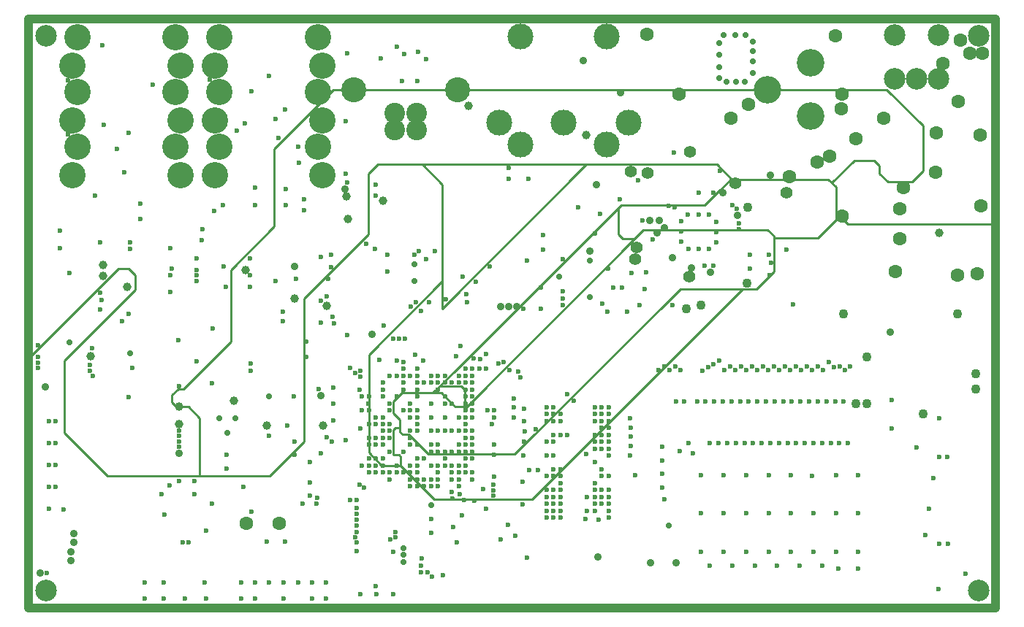
<source format=gbr>
G04 Layer_Physical_Order=5*
G04 Layer_Color=8388736*
%FSLAX45Y45*%
%MOMM*%
%TF.FileFunction,Copper,L5,Inr,Plane*%
%TF.Part,Single*%
G01*
G75*
%TA.AperFunction,ViaPad*%
%ADD76C,0.60000*%
%TA.AperFunction,NonConductor*%
%ADD80C,1.01600*%
%TA.AperFunction,ViaPad*%
%ADD81C,2.50000*%
%TA.AperFunction,ComponentPad*%
%ADD82C,3.05000*%
%ADD84C,2.90000*%
%ADD85C,2.40000*%
%ADD86C,3.00000*%
%ADD87C,3.20000*%
%ADD88C,2.50000*%
%TA.AperFunction,ViaPad*%
%ADD89C,1.10000*%
%ADD90C,1.00000*%
%ADD91C,0.70000*%
%ADD92C,0.90000*%
%ADD93C,1.60000*%
%ADD94C,1.40000*%
%TA.AperFunction,NonConductor*%
%ADD96C,0.25000*%
D76*
X8727999Y8695508D02*
D03*
X6750018Y8419987D02*
D03*
X6670018D02*
D03*
X6590018D02*
D03*
X6510018D02*
D03*
X8646300Y8697202D02*
D03*
X7132500Y10310000D02*
D03*
X7282500D02*
D03*
X7167500Y10910000D02*
D03*
X7352500D02*
D03*
X7125000Y9700000D02*
D03*
X11220000Y10865530D02*
D03*
X8727963Y7895541D02*
D03*
X8647963D02*
D03*
X9288000Y8935500D02*
D03*
X9207993Y8615492D02*
D03*
X9207963Y8455542D02*
D03*
X9287961Y8375502D02*
D03*
X7710000Y8900000D02*
D03*
X8395500Y8816500D02*
D03*
X5410000Y7540000D02*
D03*
X5620000Y7537500D02*
D03*
X5987500Y8047500D02*
D03*
X6370000Y8020000D02*
D03*
X6450000D02*
D03*
X6450000Y7930000D02*
D03*
X5985000Y7977500D02*
D03*
X5910000Y8070000D02*
D03*
X6480000Y8200000D02*
D03*
X8271400Y9191900D02*
D03*
X8525000Y8842500D02*
D03*
X8015000Y8900000D02*
D03*
X8449208Y8366661D02*
D03*
X8550736D02*
D03*
X6590000Y9220000D02*
D03*
X6510000D02*
D03*
X9617500Y8537500D02*
D03*
X9247982Y7790482D02*
D03*
X9208003Y7895541D02*
D03*
X9098003Y7798041D02*
D03*
X9118003Y7895541D02*
D03*
X8197500Y7731671D02*
D03*
X8648002Y9095500D02*
D03*
X9207961Y8215502D02*
D03*
X8807963Y8215541D02*
D03*
X9207961Y7975501D02*
D03*
X9287961D02*
D03*
X9620000Y8649000D02*
D03*
X9625000Y8752500D02*
D03*
X9368000Y8695499D02*
D03*
X9288000D02*
D03*
X8728002Y8535499D02*
D03*
Y8375542D02*
D03*
X7790000Y8820015D02*
D03*
X8042726Y8540057D02*
D03*
X7789984Y8740016D02*
D03*
X8042800Y8660000D02*
D03*
X8807963Y7815541D02*
D03*
X8387000Y8696000D02*
D03*
X11230500Y10628000D02*
D03*
X8387400Y8936300D02*
D03*
X9270000Y11340000D02*
D03*
X4800000Y11370000D02*
D03*
X5270000Y11640000D02*
D03*
X9800000Y10660000D02*
D03*
X13189999Y6990100D02*
D03*
X13500000Y7160000D02*
D03*
X10010000Y8030000D02*
D03*
X9419981Y10479979D02*
D03*
X9630000Y10650000D02*
D03*
X6760000Y10040000D02*
D03*
X6870000Y9890000D02*
D03*
X9210000Y11110000D02*
D03*
X8610000Y11090000D02*
D03*
Y10920000D02*
D03*
X8420000Y10800000D02*
D03*
X6030000Y8560000D02*
D03*
X6490000Y8850000D02*
D03*
X6430000Y9490000D02*
D03*
X6370000Y9550000D02*
D03*
X6830000Y8260000D02*
D03*
X6830000Y8340000D02*
D03*
X6910000D02*
D03*
X6989948Y8340051D02*
D03*
X6710000Y9645000D02*
D03*
X6750000Y8660000D02*
D03*
X6830000Y8740000D02*
D03*
X6590000Y8740000D02*
D03*
X6830000Y8820000D02*
D03*
X5214839Y10495000D02*
D03*
X8373000Y7970500D02*
D03*
X7629999Y8820000D02*
D03*
X9287961Y8295502D02*
D03*
X8807960Y8775542D02*
D03*
X8727960Y8775500D02*
D03*
X9615000Y8967500D02*
D03*
X9620000Y8855000D02*
D03*
X4380000Y9870000D02*
D03*
X4780000Y10010000D02*
D03*
X5220000Y9520000D02*
D03*
Y9600000D02*
D03*
X6010000Y9310000D02*
D03*
X5840000Y11510000D02*
D03*
X10390000Y9160001D02*
D03*
X10708000Y9530000D02*
D03*
X10454000Y9520000D02*
D03*
X10517500Y9562000D02*
D03*
X10581000Y9590000D02*
D03*
X10644500Y9632000D02*
D03*
X7950000Y9710000D02*
D03*
X7800000Y9660000D02*
D03*
X7710000Y9540000D02*
D03*
X5600000Y6880000D02*
D03*
X4210000D02*
D03*
X3990000D02*
D03*
X6090000D02*
D03*
X5930000D02*
D03*
X5270000D02*
D03*
X5110000D02*
D03*
X4700000Y6880000D02*
D03*
X4460000Y6880000D02*
D03*
X7790019Y9380018D02*
D03*
X7949986Y9539981D02*
D03*
X7710001Y8500000D02*
D03*
Y8420000D02*
D03*
X7790000Y8980000D02*
D03*
X7710001D02*
D03*
Y9060000D02*
D03*
X7790000D02*
D03*
X9677000Y8310000D02*
D03*
X8382900Y8534800D02*
D03*
X8391200Y9081400D02*
D03*
X8372988Y8226961D02*
D03*
X9368000Y9095500D02*
D03*
X9288000Y9015500D02*
D03*
X9368000D02*
D03*
X9208000Y8775500D02*
D03*
Y8695499D02*
D03*
X9367961Y8135502D02*
D03*
X9287961D02*
D03*
X9207961Y8055502D02*
D03*
X9287961D02*
D03*
X9367961D02*
D03*
Y7975501D02*
D03*
Y7895501D02*
D03*
Y7815501D02*
D03*
X8647963Y7815541D02*
D03*
X8807963Y7895541D02*
D03*
X8727963Y7975541D02*
D03*
X8647963D02*
D03*
Y8055541D02*
D03*
X8727963D02*
D03*
X8807963Y8135541D02*
D03*
X8727963D02*
D03*
X8647963D02*
D03*
X8807963Y8055541D02*
D03*
X8647963Y8295541D02*
D03*
X8727963D02*
D03*
X8887960Y8775500D02*
D03*
X8648002Y8935500D02*
D03*
Y9015500D02*
D03*
X8728002D02*
D03*
X8808002Y8935500D02*
D03*
Y9015500D02*
D03*
X8648002Y8535499D02*
D03*
X8807963Y7975541D02*
D03*
X8042800Y8290500D02*
D03*
X8271401Y8976166D02*
D03*
X8728002Y8935500D02*
D03*
X8286199Y7604661D02*
D03*
X8042765Y8979899D02*
D03*
X9208000Y9095500D02*
D03*
X9288000D02*
D03*
X8271375Y9095540D02*
D03*
X9288000Y8615499D02*
D03*
X9368000Y8535499D02*
D03*
Y8615499D02*
D03*
X9288000Y8855500D02*
D03*
X9368000Y8775500D02*
D03*
X9288000D02*
D03*
X7709986Y9219982D02*
D03*
X7790000Y9220000D02*
D03*
Y8500000D02*
D03*
X7710000Y8580000D02*
D03*
X7789986Y9139982D02*
D03*
X7710000Y9300000D02*
D03*
X7790000Y8580000D02*
D03*
X7070000Y8660000D02*
D03*
X7150000Y8820000D02*
D03*
Y8900000D02*
D03*
Y8660000D02*
D03*
X7310000Y8660000D02*
D03*
X7390000D02*
D03*
X7310000Y8820000D02*
D03*
X6750000Y8980000D02*
D03*
X7070000D02*
D03*
X7150000D02*
D03*
Y9220000D02*
D03*
X7310000Y9140000D02*
D03*
X7630000Y8180000D02*
D03*
X7470000Y8820000D02*
D03*
Y8980000D02*
D03*
X7550000Y8820000D02*
D03*
X7470000Y9140000D02*
D03*
X6749988Y8819982D02*
D03*
X7229987Y8499983D02*
D03*
X7470000Y8580000D02*
D03*
X7710000Y8820000D02*
D03*
X7310000Y8420000D02*
D03*
X7469986Y9459981D02*
D03*
X7630000Y8420000D02*
D03*
Y8260000D02*
D03*
X7709986Y9459981D02*
D03*
X7389986Y8579983D02*
D03*
X6910000Y8420000D02*
D03*
X7790000Y8340000D02*
D03*
X6830000Y8580000D02*
D03*
Y9060000D02*
D03*
X6990000Y9300000D02*
D03*
X7150000Y8500000D02*
D03*
Y9300000D02*
D03*
X7390000D02*
D03*
X7709986Y9139982D02*
D03*
X7069987Y8259983D02*
D03*
Y8419983D02*
D03*
X7390000Y8420000D02*
D03*
X7710000Y8340000D02*
D03*
X7470000Y8420000D02*
D03*
X6589988Y8339987D02*
D03*
X7150000Y8340000D02*
D03*
X7550000Y8260000D02*
D03*
X7630000Y8340000D02*
D03*
X6669988Y8339987D02*
D03*
X7630000Y8980000D02*
D03*
X7789986Y9299981D02*
D03*
X7150000Y8420000D02*
D03*
X7070000Y8820000D02*
D03*
X7230000Y8260000D02*
D03*
X6990000Y9060000D02*
D03*
X7310000Y8980000D02*
D03*
X7390000Y8820000D02*
D03*
X6830000Y8900000D02*
D03*
X6990000Y8580000D02*
D03*
X7629986Y8579983D02*
D03*
X7710000Y8660000D02*
D03*
X7470000Y8500000D02*
D03*
X7550000Y8420000D02*
D03*
Y8580000D02*
D03*
Y9140000D02*
D03*
X7630000Y8660000D02*
D03*
X7470000Y9220000D02*
D03*
X7710000Y8740000D02*
D03*
X7790000Y8260000D02*
D03*
X7550000Y8340000D02*
D03*
X7150017Y8179987D02*
D03*
X7389987Y8179983D02*
D03*
X7310017Y8179987D02*
D03*
X7230017D02*
D03*
X7070017D02*
D03*
X7555000Y8040000D02*
D03*
X6840000Y7560000D02*
D03*
X6900000Y7650000D02*
D03*
Y7590000D02*
D03*
X7389987Y8259983D02*
D03*
X7310017Y8259957D02*
D03*
X7390000Y8340000D02*
D03*
X6870000Y7420000D02*
D03*
Y6930000D02*
D03*
X6680000D02*
D03*
X6490000Y6930000D02*
D03*
X7149987Y8259983D02*
D03*
X6450000Y7430000D02*
D03*
X4280000Y8190000D02*
D03*
X4770000Y7980000D02*
D03*
X4940000Y8380000D02*
D03*
X4390000Y9340000D02*
D03*
X10527499Y11329999D02*
D03*
X10407499D02*
D03*
X10287499D02*
D03*
X10210000Y11012500D02*
D03*
Y11132500D02*
D03*
Y11252500D02*
D03*
X6340000Y11700000D02*
D03*
X10480000Y10740000D02*
D03*
X4430000Y7530000D02*
D03*
X4500000D02*
D03*
X4910000Y10730000D02*
D03*
X4930000Y10490000D02*
D03*
X4590000Y10690000D02*
D03*
X5590000Y10090000D02*
D03*
Y10205999D02*
D03*
X6150000Y10860000D02*
D03*
X6100000Y10380000D02*
D03*
X5745480Y10586999D02*
D03*
X6190000Y10068999D02*
D03*
X3355019Y9585019D02*
D03*
X3390000Y9460000D02*
D03*
X6320000Y12415000D02*
D03*
X6334338Y13199071D02*
D03*
X6320000Y11800000D02*
D03*
X6120000Y10586999D02*
D03*
X5214839Y10820000D02*
D03*
X6670000Y11550000D02*
D03*
Y11677000D02*
D03*
X2760000Y9680000D02*
D03*
Y9550000D02*
D03*
Y9615000D02*
D03*
Y9810000D02*
D03*
X3730000Y10090000D02*
D03*
X3479999Y10423000D02*
D03*
X3010000Y11140000D02*
D03*
X4290000Y10630000D02*
D03*
X3760000Y11820000D02*
D03*
X3010000Y10940000D02*
D03*
X4290000Y10430000D02*
D03*
X3810000Y12280000D02*
D03*
X3940000Y11460000D02*
D03*
X3500000Y13289999D02*
D03*
X3670000Y12090000D02*
D03*
X4090000Y12839999D02*
D03*
X3520000Y12370000D02*
D03*
X3100000Y12889999D02*
D03*
X3819999Y11010000D02*
D03*
X8206959Y11745000D02*
D03*
Y11875000D02*
D03*
X8440000Y11745000D02*
D03*
X10409999Y10927499D02*
D03*
X10529999D02*
D03*
X10289999D02*
D03*
X10609999Y11007499D02*
D03*
Y11127499D02*
D03*
Y11247499D02*
D03*
X10740000Y8680000D02*
D03*
X10640000D02*
D03*
X4589999Y10820000D02*
D03*
Y10560000D02*
D03*
X5214839Y10625000D02*
D03*
X4750000Y12900000D02*
D03*
X5150000Y12390000D02*
D03*
X5430000Y12939999D02*
D03*
X5620000Y12550000D02*
D03*
X5770000Y12120000D02*
D03*
X5060000Y12300000D02*
D03*
X5270000Y11440000D02*
D03*
X5630000D02*
D03*
X5540000Y12220000D02*
D03*
X5630000Y11630000D02*
D03*
X3420000Y11550000D02*
D03*
X4900000Y11440000D02*
D03*
X6030000Y10840999D02*
D03*
Y10078999D02*
D03*
X6669988Y8979982D02*
D03*
X7309987Y8579983D02*
D03*
X7070000Y8740000D02*
D03*
X6750000Y8500000D02*
D03*
X7789982Y9459981D02*
D03*
X4589999Y10625000D02*
D03*
X2860000Y7170000D02*
D03*
X3940000Y11280000D02*
D03*
X4210000Y7060000D02*
D03*
X3990000D02*
D03*
X2880000Y8676000D02*
D03*
X2960000Y8168000D02*
D03*
X2880000D02*
D03*
Y7914000D02*
D03*
X5110000Y7060000D02*
D03*
X5930000D02*
D03*
X6090000D02*
D03*
X5600000D02*
D03*
X5770000D02*
D03*
X5430000D02*
D03*
X5270000D02*
D03*
X3360000Y9520000D02*
D03*
X5510000Y10560000D02*
D03*
X6750000Y8899999D02*
D03*
X6589970Y8900000D02*
D03*
X6730000Y13139999D02*
D03*
X5510000Y12440000D02*
D03*
X7000000Y13189999D02*
D03*
X6910000Y13280000D02*
D03*
X7160000Y13220000D02*
D03*
X7250000Y13130000D02*
D03*
X5780000Y11930000D02*
D03*
X6970000Y12880000D02*
D03*
X7150000D02*
D03*
X6800000Y10860000D02*
D03*
X6170000Y10140000D02*
D03*
X6030000Y10332999D02*
D03*
X6150000Y10720000D02*
D03*
X6590001Y8500000D02*
D03*
X6670001D02*
D03*
X6450000Y7790000D02*
D03*
Y7860000D02*
D03*
Y7720000D02*
D03*
X6670000Y8900000D02*
D03*
X6530000Y8160000D02*
D03*
X4390000Y8820000D02*
D03*
Y8760000D02*
D03*
Y8700000D02*
D03*
Y8640000D02*
D03*
X6660000Y10930000D02*
D03*
X6560000Y10990000D02*
D03*
X2960000Y8930000D02*
D03*
X2880000D02*
D03*
X2960000Y8676000D02*
D03*
X3810000Y9210000D02*
D03*
X3850000Y9550000D02*
D03*
X4940000Y8540000D02*
D03*
X4590000Y9630000D02*
D03*
X6450000Y7650000D02*
D03*
X6430000Y7590000D02*
D03*
X5730000Y8700000D02*
D03*
Y8540000D02*
D03*
X5820000Y7980000D02*
D03*
X6180000Y9320000D02*
D03*
X4570000Y8090000D02*
D03*
X4220000Y7850000D02*
D03*
X6180000Y9140000D02*
D03*
X5860000Y9860000D02*
D03*
Y9680000D02*
D03*
X5721000Y9224000D02*
D03*
X5640000Y8880000D02*
D03*
X4570000Y8240000D02*
D03*
X4190000Y8090000D02*
D03*
X4390000Y8240000D02*
D03*
X5140000Y8170000D02*
D03*
X5428740Y8760000D02*
D03*
X10410000Y11580000D02*
D03*
X10135000Y11417500D02*
D03*
X10065000Y11430000D02*
D03*
X9760000Y11260000D02*
D03*
X10880000Y11160000D02*
D03*
X10880000Y11230000D02*
D03*
X10797500Y11440000D02*
D03*
X11500000Y10290000D02*
D03*
X10660000Y11840000D02*
D03*
X10120000Y12050000D02*
D03*
X10850000Y11400000D02*
D03*
X11430000Y10920000D02*
D03*
X10580000Y11580000D02*
D03*
X10940000Y8680000D02*
D03*
X7190000Y7260000D02*
D03*
X7190000Y7180000D02*
D03*
X7200000Y7340000D02*
D03*
X7320000Y7130000D02*
D03*
X7270000Y7180000D02*
D03*
X2880000Y8422000D02*
D03*
X2960000D02*
D03*
X3050000Y7910000D02*
D03*
X6450000Y7530000D02*
D03*
X7642500Y8090000D02*
D03*
X7310000Y7640000D02*
D03*
X10771500Y9572000D02*
D03*
X10898500D02*
D03*
X11025500D02*
D03*
X11152500D02*
D03*
X11279500D02*
D03*
X11406500D02*
D03*
X11533500D02*
D03*
X11660500D02*
D03*
X11787500D02*
D03*
X11914500Y9622000D02*
D03*
X12041500Y9572000D02*
D03*
X10590000Y9160001D02*
D03*
X10840000Y8680000D02*
D03*
X11140000D02*
D03*
X11040000D02*
D03*
X11940000D02*
D03*
X11440000D02*
D03*
X12040000D02*
D03*
X12140000D02*
D03*
X10790000Y9160001D02*
D03*
X11090000D02*
D03*
X10990000D02*
D03*
X10890000D02*
D03*
X11590000Y9160001D02*
D03*
X11790000Y9160001D02*
D03*
X11690000D02*
D03*
X11990000D02*
D03*
X11890000Y9160001D02*
D03*
X12090000Y9160001D02*
D03*
X10490000D02*
D03*
X10540000Y8680000D02*
D03*
X10835000Y9530000D02*
D03*
X11216000D02*
D03*
X11343000D02*
D03*
X11089000D02*
D03*
X10962000D02*
D03*
X11724000D02*
D03*
X11851000D02*
D03*
X11597000D02*
D03*
X12105000D02*
D03*
X11978000Y9560000D02*
D03*
X10073000Y9530000D02*
D03*
X9946000D02*
D03*
X10200000D02*
D03*
X10136500Y9572000D02*
D03*
X10009500D02*
D03*
X11470000Y9530000D02*
D03*
X7552500Y8110000D02*
D03*
X7870000Y9540000D02*
D03*
X7790000D02*
D03*
X7880000Y9650000D02*
D03*
X12163500Y9572000D02*
D03*
X7629981Y9459981D02*
D03*
X10690000Y9160001D02*
D03*
X7310000Y9460000D02*
D03*
X7389986Y9459981D02*
D03*
X7230000Y9380000D02*
D03*
X7390014Y9379981D02*
D03*
X7470014D02*
D03*
X7550014D02*
D03*
X7310014D02*
D03*
X7710014D02*
D03*
X7630000Y9380000D02*
D03*
X8959712Y9174605D02*
D03*
X6800000Y10670000D02*
D03*
X7189985Y10209980D02*
D03*
X7077500Y10260000D02*
D03*
X7119980Y10860020D02*
D03*
X7249965Y10810000D02*
D03*
X8840000Y10360001D02*
D03*
Y10810000D02*
D03*
X8840000Y10280000D02*
D03*
X8580000Y10240000D02*
D03*
X6940000Y9890000D02*
D03*
X7010000D02*
D03*
X8840000Y10440000D02*
D03*
X8580000Y10480000D02*
D03*
X7990000Y10730000D02*
D03*
X7480000Y10350000D02*
D03*
X7730000Y10310000D02*
D03*
X7720000Y10409200D02*
D03*
X7830000Y10550000D02*
D03*
X11840000Y8680000D02*
D03*
X11740000D02*
D03*
X11640000D02*
D03*
X11390000Y9160001D02*
D03*
X11490000Y9160001D02*
D03*
X11540000Y8680000D02*
D03*
X11290000Y9160001D02*
D03*
X11190000Y9160001D02*
D03*
X11240000Y8680000D02*
D03*
X11340000D02*
D03*
X10440000Y7420000D02*
D03*
X10699734Y7420000D02*
D03*
X10960000Y7420000D02*
D03*
X11220000D02*
D03*
X11480000D02*
D03*
X11740000D02*
D03*
X12000000D02*
D03*
X12260000D02*
D03*
X12260000Y7870000D02*
D03*
X12000000D02*
D03*
X11740000D02*
D03*
X11480000D02*
D03*
X11220000D02*
D03*
X10960000D02*
D03*
X10699735Y7870000D02*
D03*
X10440000Y7870000D02*
D03*
X12260000Y8310000D02*
D03*
X12000000D02*
D03*
X11480000D02*
D03*
X11220000D02*
D03*
X10960000D02*
D03*
X10699735Y8310000D02*
D03*
X10440000Y8310000D02*
D03*
X11720000Y8300000D02*
D03*
X10539735Y7259735D02*
D03*
X10800000Y7260456D02*
D03*
X11060000Y7259735D02*
D03*
X11320000D02*
D03*
X11579733D02*
D03*
X11839733Y7259735D02*
D03*
X12029732Y7219735D02*
D03*
X12259735Y7219735D02*
D03*
X6180000Y8940000D02*
D03*
X8150000Y9620000D02*
D03*
X8380000Y10240000D02*
D03*
X7690000Y8020000D02*
D03*
X6100000Y8750000D02*
D03*
X7680000Y10610000D02*
D03*
X5840000Y11380000D02*
D03*
X9520000Y10480000D02*
D03*
X13200000Y8520000D02*
D03*
X12930000Y8630000D02*
D03*
X9990000Y8160000D02*
D03*
X10340000Y8560000D02*
D03*
X10290000Y8680000D02*
D03*
X10190000Y8590000D02*
D03*
X13035001Y7615000D02*
D03*
X13289999Y8520000D02*
D03*
X13130000Y8270000D02*
D03*
X13200000Y7510000D02*
D03*
X13300000D02*
D03*
X10150000Y9160000D02*
D03*
X10240000Y9160001D02*
D03*
X11000000Y10860000D02*
D03*
X9990000Y8640000D02*
D03*
Y8480000D02*
D03*
Y8320000D02*
D03*
X9780000Y10470000D02*
D03*
X11250000Y10770000D02*
D03*
X11000000Y10700000D02*
D03*
X9880000Y11040000D02*
D03*
X10580000Y10740000D02*
D03*
X13080000Y7920000D02*
D03*
X7450000Y7150000D02*
D03*
X6670000Y7020000D02*
D03*
X9497500Y11505000D02*
D03*
X6490000Y9450000D02*
D03*
Y9520000D02*
D03*
X6590000Y8659999D02*
D03*
X6670000Y8660000D02*
D03*
X6670001Y8740000D02*
D03*
X6750000Y8740000D02*
D03*
X6320800Y8710000D02*
D03*
X9710000Y11730000D02*
D03*
X7610000Y7527500D02*
D03*
X5230000Y12760000D02*
D03*
X4290000Y10940000D02*
D03*
X3819999Y10931000D02*
D03*
X3479999Y10230000D02*
D03*
X3384840Y9780000D02*
D03*
X4650000Y11030000D02*
D03*
X4310000Y10700000D02*
D03*
X3810000Y10180000D02*
D03*
X3479999Y11010000D02*
D03*
X3100000Y12260000D02*
D03*
X6160000Y8700000D02*
D03*
X5230000Y7880000D02*
D03*
X4690000Y7060000D02*
D03*
X4700000Y7660000D02*
D03*
X8888100Y9245400D02*
D03*
X8035000Y8070000D02*
D03*
X9107521Y8555019D02*
D03*
X6749988Y8339987D02*
D03*
X7070001Y8340000D02*
D03*
X9207961Y8135502D02*
D03*
X9112500Y8052500D02*
D03*
X8808002Y8295541D02*
D03*
Y8375542D02*
D03*
X5910000Y8460000D02*
D03*
X7790000Y8660000D02*
D03*
X9367961Y8295502D02*
D03*
X13195000Y8965000D02*
D03*
X12642500Y9180000D02*
D03*
Y8847500D02*
D03*
X5910000Y8220000D02*
D03*
X6750000Y9380000D02*
D03*
X6830000Y9140000D02*
D03*
X6749988Y9299981D02*
D03*
X6750000Y9220000D02*
D03*
X6910000Y9220000D02*
D03*
X6589987Y9059982D02*
D03*
X6510000Y9060000D02*
D03*
X6588000Y9139000D02*
D03*
X7070000Y9060000D02*
D03*
X7150000D02*
D03*
X7070000Y9140000D02*
D03*
X6340000Y9932500D02*
D03*
X6482500Y9297500D02*
D03*
X6829986Y9459981D02*
D03*
X6910000Y9635000D02*
D03*
X6990000Y9620000D02*
D03*
X7150000Y9540000D02*
D03*
X7220000Y9640000D02*
D03*
X6990000Y9540000D02*
D03*
X7150000Y9460000D02*
D03*
X7070000D02*
D03*
X6990000D02*
D03*
X6910000D02*
D03*
X7150000Y9380000D02*
D03*
X6989987Y9379981D02*
D03*
X7945000Y7917500D02*
D03*
X7311866Y7795634D02*
D03*
X9348750Y10207500D02*
D03*
X9290000Y10292500D02*
D03*
X10102500Y10280000D02*
D03*
X9357500Y10702500D02*
D03*
X9721230Y10281270D02*
D03*
X8220000Y9527500D02*
D03*
X9580000Y10207500D02*
D03*
X9368000Y8855500D02*
D03*
X8728002Y9095500D02*
D03*
X9368000Y8935500D02*
D03*
X8090000Y9600000D02*
D03*
X8322500Y9510000D02*
D03*
X7966601Y9060016D02*
D03*
X8042801D02*
D03*
X8032900Y8193800D02*
D03*
X8032700Y8130300D02*
D03*
X7911400Y8147100D02*
D03*
X8342500Y9442500D02*
D03*
X7570000Y7710000D02*
D03*
X8118300Y7564200D02*
D03*
X7667500Y7837500D02*
D03*
X7600370Y9682973D02*
D03*
X7650000Y9805000D02*
D03*
X7815381Y8014619D02*
D03*
X8424200Y7347500D02*
D03*
X9207961Y9015500D02*
D03*
X9208000Y8935500D02*
D03*
X8727963Y7815541D02*
D03*
X4662500Y11162500D02*
D03*
X4770000Y9370000D02*
D03*
X9017500Y11415000D02*
D03*
X3120000Y10650000D02*
D03*
X3492500Y10335000D02*
D03*
D80*
X2650000Y6770000D02*
Y13599998D01*
X13850000D01*
Y6770000D02*
Y13599998D01*
X2650000Y6770000D02*
X13850000Y6770000D01*
D81*
X2849999Y13400000D02*
D03*
X13650000D02*
D03*
X13650000Y6969999D02*
D03*
X2849999D02*
D03*
D82*
X3157499Y11790001D02*
D03*
Y13060001D02*
D03*
Y12425001D02*
D03*
X3212500Y13385001D02*
D03*
Y12750001D02*
D03*
X4352499Y12115001D02*
D03*
Y12750001D02*
D03*
X3212500Y12115001D02*
D03*
X4352499Y13385001D02*
D03*
X4407499Y11790001D02*
D03*
Y12425001D02*
D03*
Y13060001D02*
D03*
X4802500Y11790001D02*
D03*
Y13060001D02*
D03*
Y12425001D02*
D03*
X4857500Y13385001D02*
D03*
Y12750001D02*
D03*
X5997500Y12115001D02*
D03*
Y12750001D02*
D03*
X4857500Y12115001D02*
D03*
X5997500Y13385001D02*
D03*
X6052500Y11790001D02*
D03*
Y12425001D02*
D03*
Y13060001D02*
D03*
D84*
X7617501Y12780001D02*
D03*
X6413502D02*
D03*
D85*
X6890501Y12509001D02*
D03*
X7140501D02*
D03*
X6890501Y12309001D02*
D03*
X7140501D02*
D03*
D86*
X8347501Y13395001D02*
D03*
X9347501D02*
D03*
Y12145001D02*
D03*
X8347501D02*
D03*
X8097501Y12395001D02*
D03*
X9597501D02*
D03*
X8847501D02*
D03*
D87*
X11204300Y12779100D02*
D03*
X11704300Y12469100D02*
D03*
Y13089101D02*
D03*
D88*
X13184302Y13409099D02*
D03*
X12930302Y12901099D02*
D03*
X12676302D02*
D03*
Y13409099D02*
D03*
X13184302Y12901099D02*
D03*
D89*
X13010001Y9015000D02*
D03*
X13623000Y9480000D02*
D03*
Y9310000D02*
D03*
X13410001Y10180000D02*
D03*
X10970000Y10530000D02*
D03*
X10980000Y11410000D02*
D03*
X10439999Y10280000D02*
D03*
X10270000Y10240000D02*
D03*
X12232000Y9140000D02*
D03*
X12359000D02*
D03*
X12090000Y10180000D02*
D03*
X12359000Y9680000D02*
D03*
D90*
X9110000Y12250000D02*
D03*
X5730000Y10359999D02*
D03*
X5160000Y10690000D02*
D03*
X6100000Y10270000D02*
D03*
X13200000Y11120000D02*
D03*
X3370000Y9690000D02*
D03*
X4390000Y8900000D02*
D03*
X5030000Y9170000D02*
D03*
X5410000Y8880000D02*
D03*
X6060000D02*
D03*
X4390000Y9100000D02*
D03*
X6750000Y11490000D02*
D03*
X7740000Y12590000D02*
D03*
X6350000Y11280000D02*
D03*
X6330000Y11540000D02*
D03*
X3509999Y10620000D02*
D03*
X3509999Y10747000D02*
D03*
X3790000Y10493000D02*
D03*
D91*
X6990000Y7460000D02*
D03*
Y7380000D02*
D03*
Y7300000D02*
D03*
X9150000Y10800000D02*
D03*
X7310000Y7960000D02*
D03*
X10940000Y12870000D02*
D03*
X10840000D02*
D03*
X10730000D02*
D03*
X10650000Y13180000D02*
D03*
Y13039999D02*
D03*
Y12910001D02*
D03*
X10700000Y13410001D02*
D03*
X10830000D02*
D03*
X10950000D02*
D03*
X11040000Y13339999D02*
D03*
Y13230000D02*
D03*
Y13110001D02*
D03*
Y12970000D02*
D03*
X4860000Y8970000D02*
D03*
X5040000D02*
D03*
X3820000Y9720000D02*
D03*
X5430000Y9224000D02*
D03*
X4950000Y8800000D02*
D03*
X10650000Y13320000D02*
D03*
X7120000Y10560000D02*
D03*
Y10750000D02*
D03*
X9150000Y10370000D02*
D03*
X8790000Y10610000D02*
D03*
X10060000Y7720000D02*
D03*
X3120000Y9850000D02*
D03*
D92*
X9070000Y13120000D02*
D03*
X9505000Y12745000D02*
D03*
X9240000Y7360000D02*
D03*
X9150000Y10910000D02*
D03*
X9850000Y7290000D02*
D03*
X10150000D02*
D03*
X5730000Y10730000D02*
D03*
X6310000Y11630000D02*
D03*
X2780000Y7172000D02*
D03*
X3140000Y7320000D02*
D03*
Y7420000D02*
D03*
X3170000Y7530000D02*
D03*
Y7630000D02*
D03*
X4390000Y8560000D02*
D03*
X9840000Y11260000D02*
D03*
X10010000Y11180000D02*
D03*
X9950000Y11260000D02*
D03*
X10860000Y11320000D02*
D03*
X10690000Y11580000D02*
D03*
X11240000Y11790000D02*
D03*
X9930000Y11120000D02*
D03*
X6030000Y9230000D02*
D03*
X6630000Y9939488D02*
D03*
X12630000Y9970000D02*
D03*
X10110000Y10830000D02*
D03*
X10330000Y10710000D02*
D03*
X10550000Y10660000D02*
D03*
X9222500Y11672500D02*
D03*
X8120000Y10260000D02*
D03*
X8210000D02*
D03*
X8300000D02*
D03*
X2840000Y9330000D02*
D03*
D93*
X13420000Y12640000D02*
D03*
X12230000Y12210000D02*
D03*
X12780000Y11640000D02*
D03*
X13700000Y13200000D02*
D03*
X13410001Y10630000D02*
D03*
X12740000Y11050000D02*
D03*
X13680000Y11430000D02*
D03*
X11990000Y13400000D02*
D03*
X13150000Y11820000D02*
D03*
X13239999Y13080000D02*
D03*
X13160001Y12280000D02*
D03*
X11460000Y11770000D02*
D03*
X12690000Y10670000D02*
D03*
X12740000Y11400000D02*
D03*
X12550000Y12450000D02*
D03*
X13670000Y12250000D02*
D03*
X13639999Y10640000D02*
D03*
X13550000Y13200000D02*
D03*
X13439999Y13350000D02*
D03*
X10780000Y12450000D02*
D03*
X12060000Y12560000D02*
D03*
X12070000Y12730000D02*
D03*
X11780000Y11940000D02*
D03*
X10990000Y12610000D02*
D03*
X10180000Y12730000D02*
D03*
X12070000Y11310000D02*
D03*
X11930000Y12009920D02*
D03*
X9810000Y13420000D02*
D03*
X5550000Y7750000D02*
D03*
X5170000D02*
D03*
D94*
X10310000Y12060000D02*
D03*
X10830000Y11690000D02*
D03*
X9820000Y11810000D02*
D03*
X11430000Y11580000D02*
D03*
X9690000Y10950000D02*
D03*
X9670000Y10810000D02*
D03*
X10300000Y10610000D02*
D03*
X9620000Y11830000D02*
D03*
D96*
X10790000Y11740000D02*
X10850000D01*
X4630000Y8300000D02*
Y8970000D01*
X4500000Y9100000D02*
X4630000Y8970000D01*
X4360000Y9100000D02*
X4500000D01*
X4310000Y9150000D02*
X4360000Y9100000D01*
X4310000Y9150000D02*
Y9240000D01*
X4380000Y9310000D01*
X4440000D01*
X4990000Y9860000D01*
Y10690000D01*
X5490000Y11190000D01*
Y12090000D01*
X6180000Y12780000D01*
X7210000Y11910000D02*
X9110000D01*
X6180000Y12780000D02*
X12590000D01*
X13010001Y12360000D01*
Y11840000D02*
Y12360000D01*
X12880000Y11710000D02*
X13010001Y11840000D01*
X12505489Y11804511D02*
Y11894511D01*
X12440000Y11960000D02*
X12505489Y11894511D01*
X12600000Y11710000D02*
X12880000D01*
X11950000Y11700000D02*
X12210000Y11960000D01*
X12440000D01*
X12045000Y11315000D02*
X12140000Y11220000D01*
X12000000Y11280000D02*
Y11650000D01*
X12140000Y11220000D02*
X13820000D01*
X7440000Y10240000D02*
X9110000Y11910000D01*
X10620000D02*
X10790000Y11740000D01*
X9110000Y11910000D02*
X10620000D01*
X6690000D02*
X7210000D01*
X7440000Y11680000D01*
Y10240000D02*
Y11680000D01*
X6580000Y11800000D02*
X6690000Y11910000D01*
X2650000Y9660000D02*
X3690000Y10700000D01*
X3810000D01*
X3880000Y10630000D01*
Y10460000D02*
Y10630000D01*
X3060000Y9640000D02*
X3880000Y10460000D01*
X3060000Y8800000D02*
Y9640000D01*
Y8800000D02*
X3560000Y8300000D01*
X5440000D01*
X5840000Y8700000D01*
X6580000Y11100000D02*
Y11800000D01*
X5840000Y10360000D02*
X6580000Y11100000D01*
X5840000Y8700000D02*
Y10360000D01*
X11910000Y11740000D02*
X12000000Y11650000D01*
X10780000Y11740000D02*
X11910000D01*
X11280000Y10670000D02*
Y11080000D01*
X6960000Y8420000D02*
X7350000Y8030000D01*
X12505489Y11804511D02*
X12600000Y11710000D01*
X9510000Y11440000D02*
X10480000D01*
X10650000Y11610000D01*
X6970000Y9260000D02*
X7330000D01*
X6872745Y9162745D02*
X6970000Y9260000D01*
X6872745Y9027256D02*
Y9162745D01*
Y9027256D02*
X6950000Y8950000D01*
Y8808024D02*
Y8950000D01*
Y8808024D02*
X6978024Y8780000D01*
X7350000Y8030000D02*
X8480000D01*
X6589970Y8570030D02*
X6740000Y8420000D01*
X6870000Y8540000D02*
X6935215D01*
X6960000Y8515215D01*
X6740000Y8420000D02*
X6960000D01*
X6978024Y8780000D02*
X7050000D01*
X7280000Y8550000D01*
X6870000Y8540000D02*
Y8834510D01*
X6895489Y8859999D01*
X6950000D01*
X6960000Y8420000D02*
Y8515215D01*
X10200000Y10470000D02*
X10690000D01*
X8480000Y8030000D02*
X10920000Y10470000D01*
X7700000Y9080000D02*
X9770000Y11150000D01*
X11210000D01*
X11280000Y11080000D01*
X11080000Y10470000D02*
X11280000Y10670000D01*
X10690000Y10470000D02*
X11080000D01*
X7280000Y8550000D02*
X8280000D01*
X7410000Y9340000D02*
X7660000D01*
X7700000Y9080000D02*
Y9300000D01*
X7590000Y9100000D02*
X7700000D01*
X7660000Y9340000D02*
X7700000Y9300000D01*
X7330000Y9260000D02*
X7600000Y9530000D01*
X7590000Y9520000D02*
X9510000Y11440000D01*
X7560000Y9130000D02*
X7590000Y9100000D01*
X7430000Y9260000D02*
X7560000Y9130000D01*
X7330000Y9260000D02*
X7430000D01*
X8280000Y8550000D02*
X10200000Y10470000D01*
X10690000D02*
X10920000D01*
X9530000Y11050000D02*
X9670000D01*
X9480000Y11100000D02*
X9530000Y11050000D01*
X9480000Y11100000D02*
Y11410000D01*
X10650000Y11610000D02*
X10780000Y11740000D01*
X11790000Y11060000D02*
X12045000Y11315000D01*
X11280000Y11060000D02*
X11790000D01*
X13820000Y11220000D02*
X13850000Y11190000D01*
X6589970Y8570030D02*
Y9707470D01*
X7438750Y10556250D01*
%TF.MD5,b4abd7b51c50f7e7064adbd030b2e2a5*%
M02*

</source>
